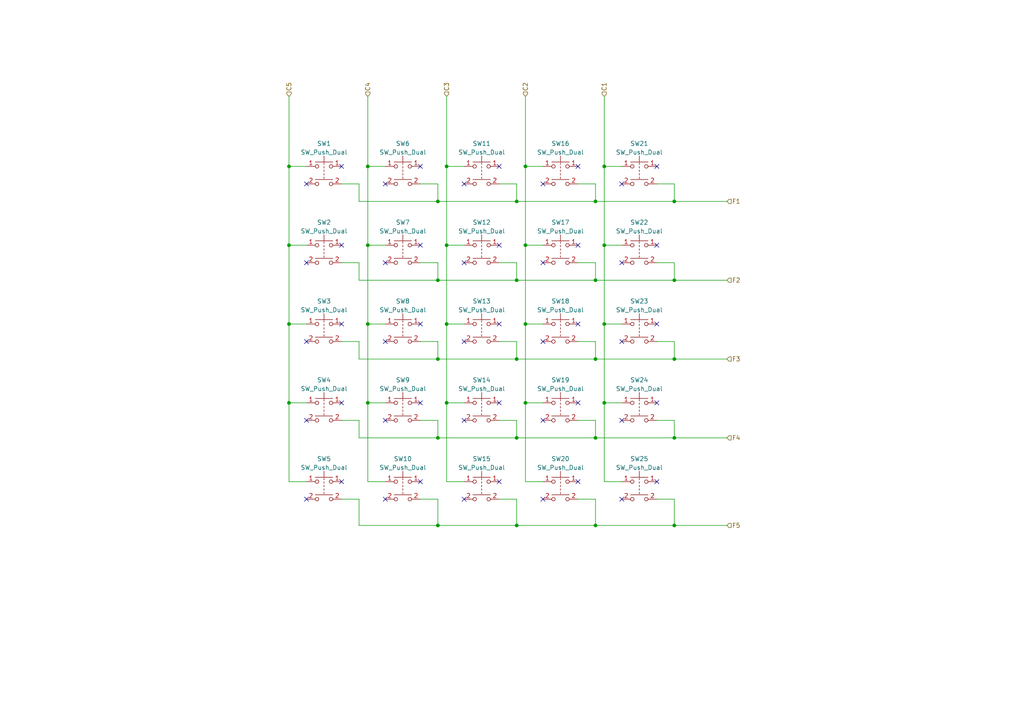
<source format=kicad_sch>
(kicad_sch (version 20211123) (generator eeschema)
  (paper "A4")
  (lib_symbols
    (symbol "SW_Push_Dual_1" (pin_names (offset 1.016) hide)
      (property "Reference" "SW?" (at 0 6.6208 0))
      (property "Value" "SW_Push_Dual_1" (at 0 4.0839 0))
      (symbol "SW_Push_Dual_1_0_1"
        (circle (center -2.032 -5.08) (radius 0.508))
        (circle (center -2.032 0) (radius 0.508))
        (polyline (pts (xy 0 -3.048) (xy 0 -3.556)))
        (polyline (pts (xy 0 -2.032) (xy 0 -2.54)))
        (polyline (pts (xy 0 -1.524) (xy 0 -1.016)))
        (polyline (pts (xy 0 -0.508) (xy 0 0)))
        (polyline (pts (xy 0 0.508) (xy 0 1.016)))
        (polyline (pts (xy 0 1.27) (xy 0 3.048)))
        (polyline (pts (xy 2.54 -3.81) (xy -2.54 -3.81)))
        (polyline (pts (xy 2.54 1.27) (xy -2.54 1.27)))
        (circle (center 2.032 -5.08) (radius 0.508))
        (circle (center 2.032 0) (radius 0.508))
        (pin passive line (at -5.08 0 0) (length 2.54) (name "1") (number "1"))
        (pin passive line (at 5.08 0 180) (length 2.54) (name "1") (number "1"))
        (pin passive line (at -5.08 -5.08 0) (length 2.54) (name "2") (number "2"))
        (pin passive line (at 5.08 -5.08 180) (length 2.54) (name "2") (number "2"))
      )
    )
  )
  (junction (at 152.4 116.84))
  (junction (at 195.58 104.14))
  (junction (at 127 81.28))
  (junction (at 83.82 71.12))
  (junction (at 195.58 127))
  (junction (at 106.68 93.98))
  (junction (at 175.26 48.26))
  (junction (at 195.58 58.42))
  (junction (at 83.82 48.26))
  (junction (at 152.4 71.12))
  (junction (at 129.54 48.26))
  (junction (at 172.72 81.28))
  (junction (at 149.86 104.14))
  (junction (at 149.86 58.42))
  (junction (at 129.54 93.98))
  (junction (at 149.86 127))
  (junction (at 127 104.14))
  (junction (at 175.26 116.84))
  (junction (at 152.4 93.98))
  (junction (at 127 152.4))
  (junction (at 152.4 48.26))
  (junction (at 83.82 93.98))
  (junction (at 106.68 71.12))
  (junction (at 172.72 152.4))
  (junction (at 127 58.42))
  (junction (at 83.82 116.84))
  (junction (at 195.58 152.4))
  (junction (at 175.26 93.98))
  (junction (at 127 127))
  (junction (at 175.26 71.12))
  (junction (at 149.86 152.4))
  (junction (at 172.72 104.14))
  (junction (at 106.68 116.84))
  (junction (at 172.72 58.42))
  (junction (at 106.68 48.26))
  (junction (at 149.86 81.28))
  (junction (at 129.54 71.12))
  (junction (at 172.72 127))
  (junction (at 129.54 116.84))
  (junction (at 195.58 81.28))
  (no_connect (at 111.76 76.2))
  (no_connect (at 121.92 93.98))
  (no_connect (at 111.76 121.92))
  (no_connect (at 144.78 116.84))
  (no_connect (at 144.78 93.98))
  (no_connect (at 134.62 76.2))
  (no_connect (at 134.62 99.06))
  (no_connect (at 190.5 116.84))
  (no_connect (at 180.34 121.92))
  (no_connect (at 157.48 144.78))
  (no_connect (at 167.64 116.84))
  (no_connect (at 167.64 139.7))
  (no_connect (at 190.5 139.7))
  (no_connect (at 180.34 144.78))
  (no_connect (at 157.48 121.92))
  (no_connect (at 121.92 116.84))
  (no_connect (at 99.06 139.7))
  (no_connect (at 88.9 144.78))
  (no_connect (at 111.76 144.78))
  (no_connect (at 134.62 144.78))
  (no_connect (at 121.92 139.7))
  (no_connect (at 134.62 121.92))
  (no_connect (at 144.78 139.7))
  (no_connect (at 157.48 76.2))
  (no_connect (at 180.34 76.2))
  (no_connect (at 157.48 99.06))
  (no_connect (at 167.64 93.98))
  (no_connect (at 180.34 99.06))
  (no_connect (at 190.5 93.98))
  (no_connect (at 144.78 71.12))
  (no_connect (at 134.62 53.34))
  (no_connect (at 144.78 48.26))
  (no_connect (at 167.64 48.26))
  (no_connect (at 190.5 48.26))
  (no_connect (at 190.5 71.12))
  (no_connect (at 157.48 53.34))
  (no_connect (at 167.64 71.12))
  (no_connect (at 180.34 53.34))
  (no_connect (at 88.9 53.34))
  (no_connect (at 99.06 48.26))
  (no_connect (at 121.92 48.26))
  (no_connect (at 121.92 71.12))
  (no_connect (at 111.76 53.34))
  (no_connect (at 99.06 71.12))
  (no_connect (at 88.9 76.2))
  (no_connect (at 88.9 99.06))
  (no_connect (at 99.06 93.98))
  (no_connect (at 111.76 99.06))
  (no_connect (at 99.06 116.84))
  (no_connect (at 88.9 121.92))
  (wire (pts (xy 167.64 99.06) (xy 172.72 99.06)))
  (wire (pts (xy 106.68 93.98) (xy 111.76 93.98)))
  (wire (pts (xy 152.4 116.84) (xy 157.48 116.84)))
  (wire (pts (xy 175.26 27.94) (xy 175.26 48.26)))
  (wire (pts (xy 83.82 48.26) (xy 88.9 48.26)))
  (wire (pts (xy 190.5 53.34) (xy 195.58 53.34)))
  (wire (pts (xy 134.62 139.7) (xy 129.54 139.7)))
  (wire (pts (xy 83.82 93.98) (xy 83.82 116.84)))
  (wire (pts (xy 106.68 116.84) (xy 111.76 116.84)))
  (wire (pts (xy 190.5 76.2) (xy 195.58 76.2)))
  (wire (pts (xy 149.86 144.78) (xy 149.86 152.4)))
  (wire (pts (xy 152.4 93.98) (xy 152.4 116.84)))
  (wire (pts (xy 88.9 139.7) (xy 83.82 139.7)))
  (wire (pts (xy 127 127) (xy 149.86 127)))
  (wire (pts (xy 195.58 152.4) (xy 210.82 152.4)))
  (wire (pts (xy 152.4 71.12) (xy 157.48 71.12)))
  (wire (pts (xy 175.26 71.12) (xy 180.34 71.12)))
  (wire (pts (xy 106.68 71.12) (xy 111.76 71.12)))
  (wire (pts (xy 104.14 99.06) (xy 104.14 104.14)))
  (wire (pts (xy 195.58 76.2) (xy 195.58 81.28)))
  (wire (pts (xy 129.54 27.94) (xy 129.54 48.26)))
  (wire (pts (xy 149.86 121.92) (xy 149.86 127)))
  (wire (pts (xy 106.68 93.98) (xy 106.68 116.84)))
  (wire (pts (xy 149.86 58.42) (xy 172.72 58.42)))
  (wire (pts (xy 175.26 116.84) (xy 180.34 116.84)))
  (wire (pts (xy 106.68 48.26) (xy 111.76 48.26)))
  (wire (pts (xy 144.78 76.2) (xy 149.86 76.2)))
  (wire (pts (xy 152.4 71.12) (xy 152.4 93.98)))
  (wire (pts (xy 172.72 152.4) (xy 195.58 152.4)))
  (wire (pts (xy 129.54 48.26) (xy 129.54 71.12)))
  (wire (pts (xy 121.92 76.2) (xy 127 76.2)))
  (wire (pts (xy 175.26 116.84) (xy 175.26 139.7)))
  (wire (pts (xy 127 152.4) (xy 149.86 152.4)))
  (wire (pts (xy 129.54 71.12) (xy 134.62 71.12)))
  (wire (pts (xy 175.26 48.26) (xy 180.34 48.26)))
  (wire (pts (xy 83.82 93.98) (xy 88.9 93.98)))
  (wire (pts (xy 127 76.2) (xy 127 81.28)))
  (wire (pts (xy 190.5 144.78) (xy 195.58 144.78)))
  (wire (pts (xy 83.82 71.12) (xy 88.9 71.12)))
  (wire (pts (xy 129.54 48.26) (xy 134.62 48.26)))
  (wire (pts (xy 99.06 76.2) (xy 104.14 76.2)))
  (wire (pts (xy 106.68 116.84) (xy 106.68 139.7)))
  (wire (pts (xy 167.64 121.92) (xy 172.72 121.92)))
  (wire (pts (xy 152.4 48.26) (xy 157.48 48.26)))
  (wire (pts (xy 144.78 53.34) (xy 149.86 53.34)))
  (wire (pts (xy 99.06 144.78) (xy 104.14 144.78)))
  (wire (pts (xy 195.58 53.34) (xy 195.58 58.42)))
  (wire (pts (xy 149.86 99.06) (xy 149.86 104.14)))
  (wire (pts (xy 127 58.42) (xy 149.86 58.42)))
  (wire (pts (xy 121.92 99.06) (xy 127 99.06)))
  (wire (pts (xy 104.14 104.14) (xy 127 104.14)))
  (wire (pts (xy 152.4 116.84) (xy 152.4 139.7)))
  (wire (pts (xy 83.82 71.12) (xy 83.82 93.98)))
  (wire (pts (xy 180.34 139.7) (xy 175.26 139.7)))
  (wire (pts (xy 195.58 127) (xy 210.82 127)))
  (wire (pts (xy 99.06 121.92) (xy 104.14 121.92)))
  (wire (pts (xy 149.86 81.28) (xy 172.72 81.28)))
  (wire (pts (xy 121.92 53.34) (xy 127 53.34)))
  (wire (pts (xy 167.64 76.2) (xy 172.72 76.2)))
  (wire (pts (xy 175.26 93.98) (xy 180.34 93.98)))
  (wire (pts (xy 175.26 48.26) (xy 175.26 71.12)))
  (wire (pts (xy 99.06 53.34) (xy 104.14 53.34)))
  (wire (pts (xy 104.14 58.42) (xy 127 58.42)))
  (wire (pts (xy 104.14 121.92) (xy 104.14 127)))
  (wire (pts (xy 144.78 121.92) (xy 149.86 121.92)))
  (wire (pts (xy 172.72 127) (xy 195.58 127)))
  (wire (pts (xy 149.86 104.14) (xy 172.72 104.14)))
  (wire (pts (xy 152.4 48.26) (xy 152.4 71.12)))
  (wire (pts (xy 149.86 127) (xy 172.72 127)))
  (wire (pts (xy 172.72 76.2) (xy 172.72 81.28)))
  (wire (pts (xy 127 53.34) (xy 127 58.42)))
  (wire (pts (xy 195.58 144.78) (xy 195.58 152.4)))
  (wire (pts (xy 175.26 93.98) (xy 175.26 116.84)))
  (wire (pts (xy 104.14 152.4) (xy 127 152.4)))
  (wire (pts (xy 152.4 93.98) (xy 157.48 93.98)))
  (wire (pts (xy 129.54 93.98) (xy 129.54 116.84)))
  (wire (pts (xy 167.64 144.78) (xy 172.72 144.78)))
  (wire (pts (xy 127 99.06) (xy 127 104.14)))
  (wire (pts (xy 149.86 76.2) (xy 149.86 81.28)))
  (wire (pts (xy 129.54 116.84) (xy 134.62 116.84)))
  (wire (pts (xy 195.58 121.92) (xy 195.58 127)))
  (wire (pts (xy 195.58 81.28) (xy 210.82 81.28)))
  (wire (pts (xy 104.14 76.2) (xy 104.14 81.28)))
  (wire (pts (xy 127 81.28) (xy 149.86 81.28)))
  (wire (pts (xy 195.58 58.42) (xy 210.82 58.42)))
  (wire (pts (xy 190.5 99.06) (xy 195.58 99.06)))
  (wire (pts (xy 104.14 81.28) (xy 127 81.28)))
  (wire (pts (xy 149.86 152.4) (xy 172.72 152.4)))
  (wire (pts (xy 129.54 71.12) (xy 129.54 93.98)))
  (wire (pts (xy 106.68 71.12) (xy 106.68 93.98)))
  (wire (pts (xy 172.72 58.42) (xy 195.58 58.42)))
  (wire (pts (xy 83.82 48.26) (xy 83.82 71.12)))
  (wire (pts (xy 106.68 27.94) (xy 106.68 48.26)))
  (wire (pts (xy 175.26 71.12) (xy 175.26 93.98)))
  (wire (pts (xy 172.72 121.92) (xy 172.72 127)))
  (wire (pts (xy 172.72 144.78) (xy 172.72 152.4)))
  (wire (pts (xy 157.48 139.7) (xy 152.4 139.7)))
  (wire (pts (xy 104.14 53.34) (xy 104.14 58.42)))
  (wire (pts (xy 106.68 48.26) (xy 106.68 71.12)))
  (wire (pts (xy 149.86 53.34) (xy 149.86 58.42)))
  (wire (pts (xy 195.58 104.14) (xy 210.82 104.14)))
  (wire (pts (xy 83.82 27.94) (xy 83.82 48.26)))
  (wire (pts (xy 127 104.14) (xy 149.86 104.14)))
  (wire (pts (xy 152.4 27.94) (xy 152.4 48.26)))
  (wire (pts (xy 121.92 144.78) (xy 127 144.78)))
  (wire (pts (xy 129.54 116.84) (xy 129.54 139.7)))
  (wire (pts (xy 127 144.78) (xy 127 152.4)))
  (wire (pts (xy 172.72 99.06) (xy 172.72 104.14)))
  (wire (pts (xy 127 121.92) (xy 127 127)))
  (wire (pts (xy 172.72 104.14) (xy 195.58 104.14)))
  (wire (pts (xy 83.82 116.84) (xy 88.9 116.84)))
  (wire (pts (xy 190.5 121.92) (xy 195.58 121.92)))
  (wire (pts (xy 106.68 139.7) (xy 111.76 139.7)))
  (wire (pts (xy 129.54 93.98) (xy 134.62 93.98)))
  (wire (pts (xy 121.92 121.92) (xy 127 121.92)))
  (wire (pts (xy 104.14 144.78) (xy 104.14 152.4)))
  (wire (pts (xy 172.72 53.34) (xy 172.72 58.42)))
  (wire (pts (xy 195.58 99.06) (xy 195.58 104.14)))
  (wire (pts (xy 144.78 144.78) (xy 149.86 144.78)))
  (wire (pts (xy 83.82 116.84) (xy 83.82 139.7)))
  (wire (pts (xy 144.78 99.06) (xy 149.86 99.06)))
  (wire (pts (xy 99.06 99.06) (xy 104.14 99.06)))
  (wire (pts (xy 104.14 127) (xy 127 127)))
  (wire (pts (xy 167.64 53.34) (xy 172.72 53.34)))
  (wire (pts (xy 172.72 81.28) (xy 195.58 81.28)))
  (hierarchical_label "F5" (shape input) (at 210.82 152.4 0))
  (hierarchical_label "C5" (shape input) (at 83.82 27.94 90))
  (hierarchical_label "C1" (shape input) (at 175.26 27.94 90))
  (hierarchical_label "F4" (shape input) (at 210.82 127 0))
  (hierarchical_label "C4" (shape input) (at 106.68 27.94 90))
  (hierarchical_label "C3" (shape input) (at 129.54 27.94 90))
  (hierarchical_label "C2" (shape input) (at 152.4 27.94 90))
  (hierarchical_label "F3" (shape input) (at 210.82 104.14 0))
  (hierarchical_label "F1" (shape input) (at 210.82 58.42 0))
  (hierarchical_label "F2" (shape input) (at 210.82 81.28 0))
  (symbol (lib_name "SW_Push_Dual_1") (lib_id "Switch:SW_Push_Dual") (at 93.98 116.84 0) (unit 1)
    (property "Reference" "SW4" (at 93.98 110.2192 0))
    (property "Value" "SW_Push_Dual" (at 93.98 112.7561 0))
    (property "Footprint" "Button_Switch_THT:SW_PUSH_6mm" (effects hide))
  )
  (symbol (lib_name "SW_Push_Dual_1") (lib_id "Switch:SW_Push_Dual") (at 93.98 139.7 0) (unit 1)
    (property "Reference" "SW5" (at 93.98 133.0792 0))
    (property "Value" "SW_Push_Dual" (at 93.98 135.6161 0))
    (property "Footprint" "Button_Switch_THT:SW_PUSH_6mm" (effects hide))
  )
  (symbol (lib_name "SW_Push_Dual_1") (lib_id "Switch:SW_Push_Dual") (at 162.56 93.98 0) (unit 1)
    (property "Reference" "SW18" (at 162.56 87.3592 0))
    (property "Value" "SW_Push_Dual" (at 162.56 89.8961 0))
    (property "Footprint" "Button_Switch_THT:SW_PUSH_6mm" (effects hide))
  )
  (symbol (lib_name "SW_Push_Dual_1") (lib_id "Switch:SW_Push_Dual") (at 162.56 116.84 0) (unit 1)
    (property "Reference" "SW19" (at 162.56 110.2192 0))
    (property "Value" "SW_Push_Dual" (at 162.56 112.7561 0))
    (property "Footprint" "Button_Switch_THT:SW_PUSH_6mm" (effects hide))
  )
  (symbol (lib_name "SW_Push_Dual_1") (lib_id "Switch:SW_Push_Dual") (at 185.42 116.84 0) (unit 1)
    (property "Reference" "SW24" (at 185.42 110.2192 0))
    (property "Value" "SW_Push_Dual" (at 185.42 112.7561 0))
    (property "Footprint" "Button_Switch_THT:SW_PUSH_6mm" (effects hide))
  )
  (symbol (lib_name "SW_Push_Dual_1") (lib_id "Switch:SW_Push_Dual") (at 93.98 48.26 0) (unit 1)
    (property "Reference" "SW1" (at 93.98 41.6392 0))
    (property "Value" "SW_Push_Dual" (at 93.98 44.1761 0))
    (property "Footprint" "Button_Switch_THT:SW_PUSH_6mm" (effects hide))
  )
  (symbol (lib_name "SW_Push_Dual_1") (lib_id "Switch:SW_Push_Dual") (at 162.56 139.7 0) (unit 1)
    (property "Reference" "SW20" (at 162.56 133.0792 0))
    (property "Value" "SW_Push_Dual" (at 162.56 135.6161 0))
    (property "Footprint" "Button_Switch_THT:SW_PUSH_6mm" (effects hide))
  )
  (symbol (lib_name "SW_Push_Dual_1") (lib_id "Switch:SW_Push_Dual") (at 116.84 93.98 0) (unit 1)
    (property "Reference" "SW8" (at 116.84 87.3592 0))
    (property "Value" "SW_Push_Dual" (at 116.84 89.8961 0))
    (property "Footprint" "Button_Switch_THT:SW_PUSH_6mm" (effects hide))
  )
  (symbol (lib_name "SW_Push_Dual_1") (lib_id "Switch:SW_Push_Dual") (at 139.7 71.12 0) (unit 1)
    (property "Reference" "SW12" (at 139.7 64.4992 0))
    (property "Value" "SW_Push_Dual" (at 139.7 67.0361 0))
    (property "Footprint" "Button_Switch_THT:SW_PUSH_6mm" (effects hide))
  )
  (symbol (lib_name "SW_Push_Dual_1") (lib_id "Switch:SW_Push_Dual") (at 116.84 71.12 0) (unit 1)
    (property "Reference" "SW7" (at 116.84 64.4992 0))
    (property "Value" "SW_Push_Dual" (at 116.84 67.0361 0))
    (property "Footprint" "Button_Switch_THT:SW_PUSH_6mm" (effects hide))
  )
  (symbol (lib_name "SW_Push_Dual_1") (lib_id "Switch:SW_Push_Dual") (at 139.7 116.84 0) (unit 1)
    (property "Reference" "SW14" (at 139.7 110.2192 0))
    (property "Value" "SW_Push_Dual" (at 139.7 112.7561 0))
    (property "Footprint" "Button_Switch_THT:SW_PUSH_6mm" (effects hide))
  )
  (symbol (lib_name "SW_Push_Dual_1") (lib_id "Switch:SW_Push_Dual") (at 139.7 139.7 0) (unit 1)
    (property "Reference" "SW15" (at 139.7 133.0792 0))
    (property "Value" "SW_Push_Dual" (at 139.7 135.6161 0))
    (property "Footprint" "Button_Switch_THT:SW_PUSH_6mm" (effects hide))
  )
  (symbol (lib_name "SW_Push_Dual_1") (lib_id "Switch:SW_Push_Dual") (at 139.7 93.98 0) (unit 1)
    (property "Reference" "SW13" (at 139.7 87.3592 0))
    (property "Value" "SW_Push_Dual" (at 139.7 89.8961 0))
    (property "Footprint" "Button_Switch_THT:SW_PUSH_6mm" (effects hide))
  )
  (symbol (lib_name "SW_Push_Dual_1") (lib_id "Switch:SW_Push_Dual") (at 116.84 116.84 0) (unit 1)
    (property "Reference" "SW9" (at 116.84 110.2192 0))
    (property "Value" "SW_Push_Dual" (at 116.84 112.7561 0))
    (property "Footprint" "Button_Switch_THT:SW_PUSH_6mm" (effects hide))
  )
  (symbol (lib_name "SW_Push_Dual_1") (lib_id "Switch:SW_Push_Dual") (at 116.84 139.7 0) (unit 1)
    (property "Reference" "SW10" (at 116.84 133.0792 0))
    (property "Value" "SW_Push_Dual" (at 116.84 135.6161 0))
    (property "Footprint" "Button_Switch_THT:SW_PUSH_6mm" (effects hide))
  )
  (symbol (lib_name "SW_Push_Dual_1") (lib_id "Switch:SW_Push_Dual") (at 93.98 93.98 0) (unit 1)
    (property "Reference" "SW3" (at 93.98 87.3592 0))
    (property "Value" "SW_Push_Dual" (at 93.98 89.8961 0))
    (property "Footprint" "Button_Switch_THT:SW_PUSH_6mm" (effects hide))
  )
  (symbol (lib_name "SW_Push_Dual_1") (lib_id "Switch:SW_Push_Dual") (at 162.56 48.26 0) (unit 1)
    (property "Reference" "SW16" (at 162.56 41.6392 0))
    (property "Value" "SW_Push_Dual" (at 162.56 44.1761 0))
    (property "Footprint" "Button_Switch_THT:SW_PUSH_6mm" (effects hide))
  )
  (symbol (lib_name "SW_Push_Dual_1") (lib_id "Switch:SW_Push_Dual") (at 116.84 48.26 0) (unit 1)
    (property "Reference" "SW6" (at 116.84 41.6392 0))
    (property "Value" "SW_Push_Dual" (at 116.84 44.1761 0))
    (property "Footprint" "Button_Switch_THT:SW_PUSH_6mm" (effects hide))
  )
  (symbol (lib_name "SW_Push_Dual_1") (lib_id "Switch:SW_Push_Dual") (at 93.98 71.12 0) (unit 1)
    (property "Reference" "SW2" (at 93.98 64.4992 0))
    (property "Value" "SW_Push_Dual" (at 93.98 67.0361 0))
    (property "Footprint" "Button_Switch_THT:SW_PUSH_6mm" (effects hide))
  )
  (symbol (lib_name "SW_Push_Dual_1") (lib_id "Switch:SW_Push_Dual") (at 162.56 71.12 0) (unit 1)
    (property "Reference" "SW17" (at 162.56 64.4992 0))
    (property "Value" "SW_Push_Dual" (at 162.56 67.0361 0))
    (property "Footprint" "Button_Switch_THT:SW_PUSH_6mm" (effects hide))
  )
  (symbol (lib_name "SW_Push_Dual_1") (lib_id "Switch:SW_Push_Dual") (at 185.42 71.12 0) (unit 1)
    (property "Reference" "SW22" (at 185.42 64.4992 0))
    (property "Value" "SW_Push_Dual" (at 185.42 67.0361 0))
    (property "Footprint" "Button_Switch_THT:SW_PUSH_6mm" (effects hide))
  )
  (symbol (lib_name "SW_Push_Dual_1") (lib_id "Switch:SW_Push_Dual") (at 185.42 48.26 0) (unit 1)
    (property "Reference" "SW21" (at 185.42 41.6392 0))
    (property "Value" "SW_Push_Dual" (at 185.42 44.1761 0))
    (property "Footprint" "Button_Switch_THT:SW_PUSH_6mm" (effects hide))
  )
  (symbol (lib_name "SW_Push_Dual_1") (lib_id "Switch:SW_Push_Dual") (at 185.42 93.98 0) (unit 1)
    (property "Reference" "SW23" (at 185.42 87.3592 0))
    (property "Value" "SW_Push_Dual" (at 185.42 89.8961 0))
    (property "Footprint" "Button_Switch_THT:SW_PUSH_6mm" (effects hide))
  )
  (symbol (lib_name "SW_Push_Dual_1") (lib_id "Switch:SW_Push_Dual") (at 185.42 139.7 0) (unit 1)
    (property "Reference" "SW25" (at 185.42 133.0792 0))
    (property "Value" "SW_Push_Dual" (at 185.42 135.6161 0))
    (property "Footprint" "Button_Switch_THT:SW_PUSH_6mm" (effects hide))
  )
  (symbol (lib_name "SW_Push_Dual_1") (lib_id "Switch:SW_Push_Dual") (at 139.7 48.26 0) (unit 1)
    (property "Reference" "SW11" (at 139.7 41.6392 0))
    (property "Value" "SW_Push_Dual" (at 139.7 44.1761 0))
    (property "Footprint" "Button_Switch_THT:SW_PUSH_6mm" (effects hide))
  )
)
</source>
